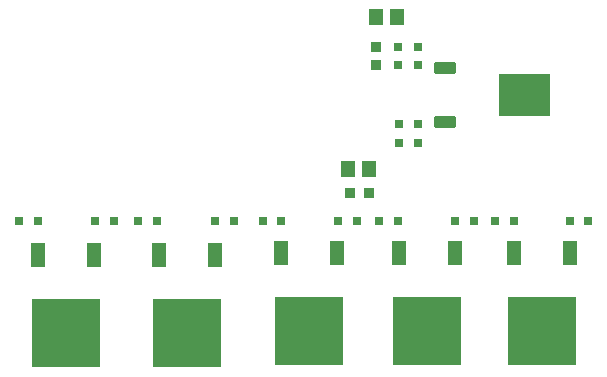
<source format=gbr>
%TF.GenerationSoftware,Altium Limited,Altium Designer,22.5.1 (42)*%
G04 Layer_Color=128*
%FSLAX44Y44*%
%MOMM*%
%TF.SameCoordinates,89E13746-3D4A-4BC1-B2AC-D00D571BF165*%
%TF.FilePolarity,Positive*%
%TF.FileFunction,Paste,Bot*%
%TF.Part,Single*%
G01*
G75*
%TA.AperFunction,SMDPad,CuDef*%
%ADD11R,1.1600X1.4700*%
%ADD15R,0.8000X0.8000*%
%ADD16R,0.8500X0.8500*%
%ADD19R,0.8500X0.8500*%
%ADD26R,0.8000X0.8000*%
%ADD56R,1.2000X2.0000*%
%ADD57R,5.8000X5.8500*%
G04:AMPARAMS|DCode=58|XSize=1.9mm|YSize=0.96mm|CornerRadius=0.1152mm|HoleSize=0mm|Usage=FLASHONLY|Rotation=0.000|XOffset=0mm|YOffset=0mm|HoleType=Round|Shape=RoundedRectangle|*
%AMROUNDEDRECTD58*
21,1,1.9000,0.7296,0,0,0.0*
21,1,1.6696,0.9600,0,0,0.0*
1,1,0.2304,0.8348,-0.3648*
1,1,0.2304,-0.8348,-0.3648*
1,1,0.2304,-0.8348,0.3648*
1,1,0.2304,0.8348,0.3648*
%
%ADD58ROUNDEDRECTD58*%
G36*
X128469Y135353D02*
Y99720D01*
X171730D01*
Y135353D01*
X128469D01*
D02*
G37*
D11*
X18400Y54750D02*
D03*
X600D02*
D03*
X24600Y183250D02*
D03*
X42400D02*
D03*
D15*
X188500Y10750D02*
D03*
X204500D02*
D03*
X125500D02*
D03*
X141500D02*
D03*
X107500D02*
D03*
X91500D02*
D03*
X27500D02*
D03*
X43500D02*
D03*
X8500D02*
D03*
X-7500D02*
D03*
X-71500D02*
D03*
X-55500D02*
D03*
X-95500D02*
D03*
X-111500D02*
D03*
X-176500D02*
D03*
X-160500D02*
D03*
X-197500D02*
D03*
X-213500D02*
D03*
X-261500D02*
D03*
X-277500D02*
D03*
D16*
X24750Y142750D02*
D03*
Y158250D02*
D03*
D19*
X2750Y34750D02*
D03*
X18250D02*
D03*
D26*
X60000Y76750D02*
D03*
Y92750D02*
D03*
X43500Y158500D02*
D03*
Y142500D02*
D03*
X60500Y158500D02*
D03*
Y142500D02*
D03*
X44000Y92750D02*
D03*
Y76750D02*
D03*
D56*
X-213750Y-18125D02*
D03*
X-261250D02*
D03*
X-111750Y-18125D02*
D03*
X-159250D02*
D03*
X-55510Y-16020D02*
D03*
X-8010D02*
D03*
X91250Y-16125D02*
D03*
X43750D02*
D03*
X189250D02*
D03*
X141750D02*
D03*
D57*
X-237500Y-84375D02*
D03*
X-135500Y-84375D02*
D03*
X-31760Y-82270D02*
D03*
X67500Y-82375D02*
D03*
X165500D02*
D03*
D58*
X83000Y140350D02*
D03*
Y94750D02*
D03*
%TF.MD5,f4d8d0874d33f5d9c308b97e9ead9b3f*%
M02*

</source>
